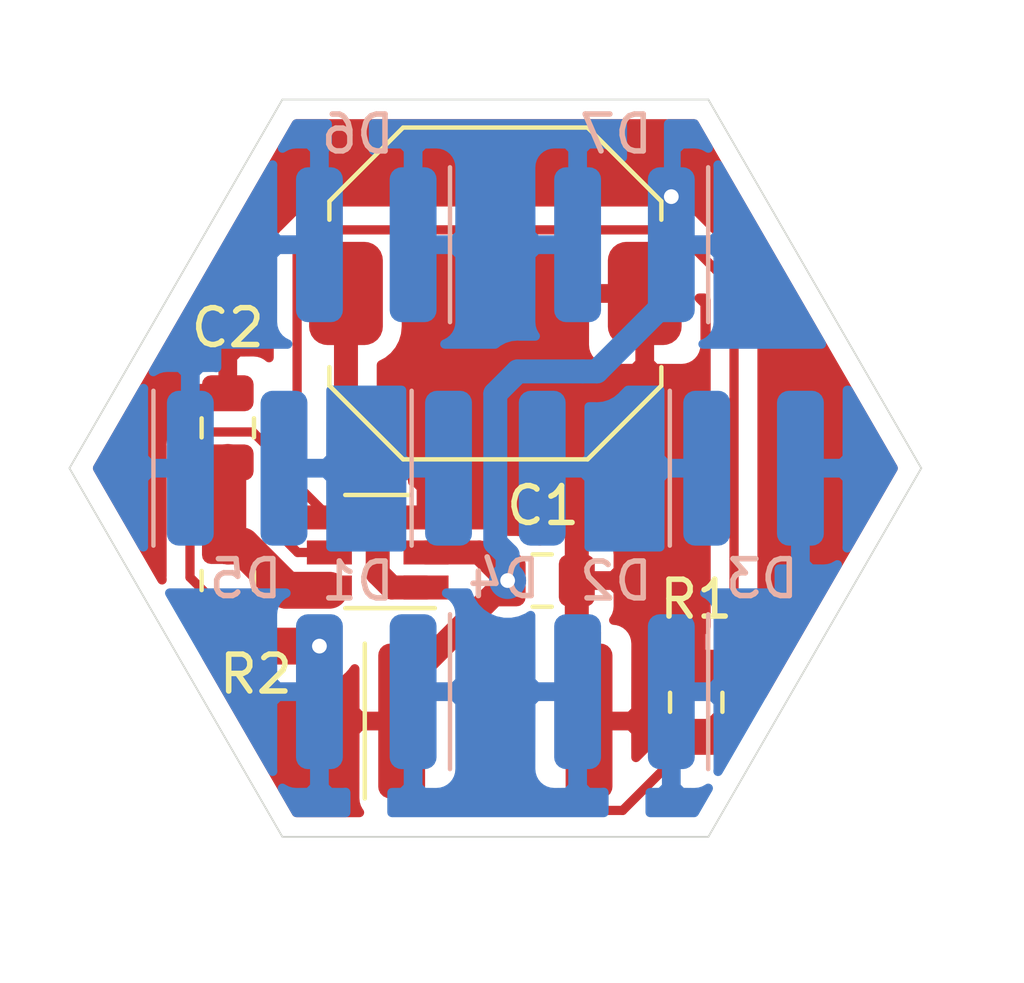
<source format=kicad_pcb>
(kicad_pcb (version 20171130) (host pcbnew "(5.1.6)-1")

  (general
    (thickness 1.6)
    (drawings 6)
    (tracks 52)
    (zones 0)
    (modules 14)
    (nets 13)
  )

  (page A4)
  (layers
    (0 F.Cu signal)
    (31 B.Cu signal)
    (32 B.Adhes user)
    (33 F.Adhes user)
    (34 B.Paste user)
    (35 F.Paste user)
    (36 B.SilkS user)
    (37 F.SilkS user)
    (38 B.Mask user)
    (39 F.Mask user)
    (40 Dwgs.User user)
    (41 Cmts.User user)
    (42 Eco1.User user)
    (43 Eco2.User user)
    (44 Edge.Cuts user)
    (45 Margin user)
    (46 B.CrtYd user)
    (47 F.CrtYd user)
    (48 B.Fab user)
    (49 F.Fab user)
  )

  (setup
    (last_trace_width 0.25)
    (trace_clearance 0.2)
    (zone_clearance 0.508)
    (zone_45_only no)
    (trace_min 0.2)
    (via_size 0.8)
    (via_drill 0.4)
    (via_min_size 0.4)
    (via_min_drill 0.3)
    (uvia_size 0.3)
    (uvia_drill 0.1)
    (uvias_allowed no)
    (uvia_min_size 0.2)
    (uvia_min_drill 0.1)
    (edge_width 0.05)
    (segment_width 0.2)
    (pcb_text_width 0.3)
    (pcb_text_size 1.5 1.5)
    (mod_edge_width 0.12)
    (mod_text_size 1 1)
    (mod_text_width 0.15)
    (pad_size 1.524 1.524)
    (pad_drill 0.762)
    (pad_to_mask_clearance 0.05)
    (aux_axis_origin 0 0)
    (visible_elements FFFFFF7F)
    (pcbplotparams
      (layerselection 0x010fc_ffffffff)
      (usegerberextensions false)
      (usegerberattributes true)
      (usegerberadvancedattributes true)
      (creategerberjobfile true)
      (excludeedgelayer true)
      (linewidth 0.100000)
      (plotframeref false)
      (viasonmask false)
      (mode 1)
      (useauxorigin false)
      (hpglpennumber 1)
      (hpglpenspeed 20)
      (hpglpendiameter 15.000000)
      (psnegative false)
      (psa4output false)
      (plotreference true)
      (plotvalue true)
      (plotinvisibletext false)
      (padsonsilk false)
      (subtractmaskfromsilk false)
      (outputformat 1)
      (mirror false)
      (drillshape 1)
      (scaleselection 1)
      (outputdirectory ""))
  )

  (net 0 "")
  (net 1 GND)
  (net 2 VS)
  (net 3 "Net-(C2-Pad1)")
  (net 4 "Net-(D1-Pad2)")
  (net 5 "Net-(D1-Pad1)")
  (net 6 "Net-(D2-Pad1)")
  (net 7 "Net-(D3-Pad1)")
  (net 8 "Net-(D4-Pad1)")
  (net 9 "Net-(D5-Pad1)")
  (net 10 "Net-(D6-Pad1)")
  (net 11 "Net-(L1-Pad2)")
  (net 12 "Net-(J1-Pad2)")

  (net_class Default "This is the default net class."
    (clearance 0.2)
    (trace_width 0.25)
    (via_dia 0.8)
    (via_drill 0.4)
    (uvia_dia 0.3)
    (uvia_drill 0.1)
    (add_net "Net-(D1-Pad1)")
    (add_net "Net-(D1-Pad2)")
    (add_net "Net-(D2-Pad1)")
    (add_net "Net-(D3-Pad1)")
    (add_net "Net-(D4-Pad1)")
    (add_net "Net-(D5-Pad1)")
    (add_net "Net-(D6-Pad1)")
    (add_net "Net-(J1-Pad2)")
  )

  (net_class 300mA ""
    (clearance 0.2)
    (trace_width 0.65)
    (via_dia 1)
    (via_drill 0.4)
    (uvia_dia 0.3)
    (uvia_drill 0.1)
    (add_net GND)
    (add_net "Net-(C2-Pad1)")
    (add_net "Net-(L1-Pad2)")
    (add_net VS)
  )

  (module IRheating:91601-303LF (layer F.Cu) (tedit 618C31AA) (tstamp 618C9608)
    (at 142.89 85.598)
    (path /618F82B6)
    (fp_text reference J1 (at 1.5 -3) (layer F.SilkS) hide
      (effects (font (size 1 1) (thickness 0.15)))
    )
    (fp_text value Conn_01x03_Male (at 1.5 3.5) (layer F.Fab)
      (effects (font (size 1 1) (thickness 0.15)))
    )
    (fp_line (start -1 -2.1) (end -1 2.1) (layer F.SilkS) (width 0.12))
    (pad 1 smd roundrect (at 0 0) (size 1.27 4.2) (layers F.Cu F.Paste F.Mask) (roundrect_rratio 0.25)
      (net 1 GND))
    (pad 2 smd roundrect (at 2.54 0) (size 1.27 4.2) (layers F.Cu F.Paste F.Mask) (roundrect_rratio 0.25)
      (net 12 "Net-(J1-Pad2)"))
    (pad 3 smd roundrect (at 5.08 0) (size 1.27 4.2) (layers F.Cu F.Paste F.Mask) (roundrect_rratio 0.25)
      (net 2 VS))
  )

  (module IRheating:91601-302LF (layer B.Cu) (tedit 618C2B7A) (tstamp 618C874A)
    (at 143.2 84.8022 180)
    (path /618C0BB3)
    (fp_text reference D1 (at 1.5 3) (layer B.SilkS)
      (effects (font (size 1 1) (thickness 0.15)) (justify mirror))
    )
    (fp_text value "SFH 4550" (at 1.5 -3.5) (layer B.Fab)
      (effects (font (size 1 1) (thickness 0.15)) (justify mirror))
    )
    (fp_line (start -1 2.1) (end -1 -2.1) (layer B.SilkS) (width 0.12))
    (pad 2 smd roundrect (at 2.54 0 180) (size 1.27 4.2) (layers B.Cu B.Paste B.Mask) (roundrect_rratio 0.25)
      (net 4 "Net-(D1-Pad2)"))
    (pad 1 smd roundrect (at 0 0 180) (size 1.27 4.2) (layers B.Cu B.Paste B.Mask) (roundrect_rratio 0.25)
      (net 5 "Net-(D1-Pad1)"))
  )

  (module IRheating:91601-302LF (layer B.Cu) (tedit 618C2B7A) (tstamp 618C854A)
    (at 150.2 84.8022 180)
    (path /618C703C)
    (fp_text reference D2 (at 1.5 3) (layer B.SilkS)
      (effects (font (size 1 1) (thickness 0.15)) (justify mirror))
    )
    (fp_text value "SFH 4550" (at 1.5 -3.5) (layer B.Fab)
      (effects (font (size 1 1) (thickness 0.15)) (justify mirror))
    )
    (fp_line (start -1 2.1) (end -1 -2.1) (layer B.SilkS) (width 0.12))
    (pad 2 smd roundrect (at 2.54 0 180) (size 1.27 4.2) (layers B.Cu B.Paste B.Mask) (roundrect_rratio 0.25)
      (net 5 "Net-(D1-Pad1)"))
    (pad 1 smd roundrect (at 0 0 180) (size 1.27 4.2) (layers B.Cu B.Paste B.Mask) (roundrect_rratio 0.25)
      (net 6 "Net-(D2-Pad1)"))
  )

  (module IRheating:91601-302LF (layer B.Cu) (tedit 618C2B7A) (tstamp 618C880A)
    (at 151.16 78.74)
    (path /618C7460)
    (fp_text reference D3 (at 1.5 3) (layer B.SilkS)
      (effects (font (size 1 1) (thickness 0.15)) (justify mirror))
    )
    (fp_text value "SFH 4550" (at 1.5 -3.5) (layer B.Fab)
      (effects (font (size 1 1) (thickness 0.15)) (justify mirror))
    )
    (fp_line (start -1 2.1) (end -1 -2.1) (layer B.SilkS) (width 0.12))
    (pad 2 smd roundrect (at 2.54 0) (size 1.27 4.2) (layers B.Cu B.Paste B.Mask) (roundrect_rratio 0.25)
      (net 6 "Net-(D2-Pad1)"))
    (pad 1 smd roundrect (at 0 0) (size 1.27 4.2) (layers B.Cu B.Paste B.Mask) (roundrect_rratio 0.25)
      (net 7 "Net-(D3-Pad1)"))
  )

  (module IRheating:91601-302LF (layer B.Cu) (tedit 618C2B7A) (tstamp 618CA7CA)
    (at 144.16 78.74)
    (path /618C746A)
    (fp_text reference D4 (at 1.5 3) (layer B.SilkS)
      (effects (font (size 1 1) (thickness 0.15)) (justify mirror))
    )
    (fp_text value "SFH 4550" (at 1.5 -3.5) (layer B.Fab)
      (effects (font (size 1 1) (thickness 0.15)) (justify mirror))
    )
    (fp_line (start -1 2.1) (end -1 -2.1) (layer B.SilkS) (width 0.12))
    (pad 2 smd roundrect (at 2.54 0) (size 1.27 4.2) (layers B.Cu B.Paste B.Mask) (roundrect_rratio 0.25)
      (net 7 "Net-(D3-Pad1)"))
    (pad 1 smd roundrect (at 0 0) (size 1.27 4.2) (layers B.Cu B.Paste B.Mask) (roundrect_rratio 0.25)
      (net 8 "Net-(D4-Pad1)"))
  )

  (module IRheating:91601-302LF (layer B.Cu) (tedit 618C2B7A) (tstamp 618CC15C)
    (at 137.16 78.74)
    (path /618C7F3C)
    (fp_text reference D5 (at 1.5 3) (layer B.SilkS)
      (effects (font (size 1 1) (thickness 0.15)) (justify mirror))
    )
    (fp_text value "SFH 4550" (at 1.5 -3.5) (layer B.Fab)
      (effects (font (size 1 1) (thickness 0.15)) (justify mirror))
    )
    (fp_line (start -1 2.1) (end -1 -2.1) (layer B.SilkS) (width 0.12))
    (pad 2 smd roundrect (at 2.54 0) (size 1.27 4.2) (layers B.Cu B.Paste B.Mask) (roundrect_rratio 0.25)
      (net 8 "Net-(D4-Pad1)"))
    (pad 1 smd roundrect (at 0 0) (size 1.27 4.2) (layers B.Cu B.Paste B.Mask) (roundrect_rratio 0.25)
      (net 9 "Net-(D5-Pad1)"))
  )

  (module IRheating:91601-302LF (layer B.Cu) (tedit 618C2B7A) (tstamp 618C85A2)
    (at 143.2 72.6778 180)
    (path /618C7F46)
    (fp_text reference D6 (at 1.5 3) (layer B.SilkS)
      (effects (font (size 1 1) (thickness 0.15)) (justify mirror))
    )
    (fp_text value "SFH 4550" (at 1.5 -3.5) (layer B.Fab)
      (effects (font (size 1 1) (thickness 0.15)) (justify mirror))
    )
    (fp_line (start -1 2.1) (end -1 -2.1) (layer B.SilkS) (width 0.12))
    (pad 2 smd roundrect (at 2.54 0 180) (size 1.27 4.2) (layers B.Cu B.Paste B.Mask) (roundrect_rratio 0.25)
      (net 9 "Net-(D5-Pad1)"))
    (pad 1 smd roundrect (at 0 0 180) (size 1.27 4.2) (layers B.Cu B.Paste B.Mask) (roundrect_rratio 0.25)
      (net 10 "Net-(D6-Pad1)"))
  )

  (module IRheating:91601-302LF (layer B.Cu) (tedit 618C2B7A) (tstamp 618C85B8)
    (at 150.2 72.6778 180)
    (path /618C7F50)
    (fp_text reference D7 (at 1.5 3) (layer B.SilkS)
      (effects (font (size 1 1) (thickness 0.15)) (justify mirror))
    )
    (fp_text value "SFH 4550" (at 1.5 -3.5) (layer B.Fab)
      (effects (font (size 1 1) (thickness 0.15)) (justify mirror))
    )
    (fp_line (start -1 2.1) (end -1 -2.1) (layer B.SilkS) (width 0.12))
    (pad 2 smd roundrect (at 2.54 0 180) (size 1.27 4.2) (layers B.Cu B.Paste B.Mask) (roundrect_rratio 0.25)
      (net 10 "Net-(D6-Pad1)"))
    (pad 1 smd roundrect (at 0 0 180) (size 1.27 4.2) (layers B.Cu B.Paste B.Mask) (roundrect_rratio 0.25)
      (net 1 GND))
  )

  (module IRheating:CDRH8D58 (layer F.Cu) (tedit 618C2818) (tstamp 618C85D1)
    (at 145.43 74 180)
    (path /618CE241)
    (fp_text reference L1 (at 0 -5.5) (layer F.SilkS) hide
      (effects (font (size 1 1) (thickness 0.15)))
    )
    (fp_text value 68uH (at 0 2.5) (layer F.Fab)
      (effects (font (size 1 1) (thickness 0.15)))
    )
    (fp_line (start -5 -3) (end -3 -5) (layer F.CrtYd) (width 0.12))
    (fp_line (start -3 -5) (end 3 -5) (layer F.CrtYd) (width 0.12))
    (fp_line (start 3 -5) (end 5 -3) (layer F.CrtYd) (width 0.12))
    (fp_line (start 5 -3) (end 5 2.5) (layer F.CrtYd) (width 0.12))
    (fp_line (start 5 2.5) (end 5 3) (layer F.CrtYd) (width 0.12))
    (fp_line (start 5 3) (end 3 5) (layer F.CrtYd) (width 0.12))
    (fp_line (start 3 5) (end -3 5) (layer F.CrtYd) (width 0.12))
    (fp_line (start -3 5) (end -5 3) (layer F.CrtYd) (width 0.12))
    (fp_line (start -5 3) (end -5 -3) (layer F.CrtYd) (width 0.12))
    (fp_line (start -4.5 -2) (end -4.5 -2.5) (layer F.SilkS) (width 0.12))
    (fp_line (start -4.5 -2.5) (end -2.5 -4.5) (layer F.SilkS) (width 0.12))
    (fp_line (start -2.5 -4.5) (end 2.5 -4.5) (layer F.SilkS) (width 0.12))
    (fp_line (start 2.5 -4.5) (end 4.5 -2.5) (layer F.SilkS) (width 0.12))
    (fp_line (start 4.5 -2.5) (end 4.5 -2) (layer F.SilkS) (width 0.12))
    (fp_line (start 4.5 2) (end 4.5 2.5) (layer F.SilkS) (width 0.12))
    (fp_line (start 4.5 2.5) (end 2.5 4.5) (layer F.SilkS) (width 0.12))
    (fp_line (start 2.5 4.5) (end -2.5 4.5) (layer F.SilkS) (width 0.12))
    (fp_line (start -2.5 4.5) (end -4.5 2.5) (layer F.SilkS) (width 0.12))
    (fp_line (start -4.5 2.5) (end -4.5 2) (layer F.SilkS) (width 0.12))
    (pad 2 smd roundrect (at 4.05 0 180) (size 2 2.8) (layers F.Cu F.Paste F.Mask) (roundrect_rratio 0.25)
      (net 11 "Net-(L1-Pad2)"))
    (pad 1 smd roundrect (at -4.05 0 180) (size 2 2.8) (layers F.Cu F.Paste F.Mask) (roundrect_rratio 0.25)
      (net 2 VS))
  )

  (module Package_TO_SOT_SMD:TSOT-23-6 (layer F.Cu) (tedit 5A02FF57) (tstamp 618CB30D)
    (at 142.24 81.026 180)
    (descr "6-pin TSOT23 package, http://cds.linear.com/docs/en/packaging/SOT_6_05-08-1636.pdf")
    (tags "TSOT-23-6 MK06A TSOT-6")
    (path /618CBDD6)
    (attr smd)
    (fp_text reference U1 (at 0 -2.45) (layer F.SilkS) hide
      (effects (font (size 1 1) (thickness 0.15)))
    )
    (fp_text value SC4541 (at 0 2.5) (layer F.Fab)
      (effects (font (size 1 1) (thickness 0.15)))
    )
    (fp_text user %R (at 0 0 90) (layer F.Fab)
      (effects (font (size 0.5 0.5) (thickness 0.075)))
    )
    (fp_line (start -0.88 1.56) (end 0.88 1.56) (layer F.SilkS) (width 0.12))
    (fp_line (start 0.88 -1.51) (end -1.55 -1.51) (layer F.SilkS) (width 0.12))
    (fp_line (start -0.88 -1) (end -0.43 -1.45) (layer F.Fab) (width 0.1))
    (fp_line (start 0.88 -1.45) (end -0.43 -1.45) (layer F.Fab) (width 0.1))
    (fp_line (start -0.88 -1) (end -0.88 1.45) (layer F.Fab) (width 0.1))
    (fp_line (start 0.88 1.45) (end -0.88 1.45) (layer F.Fab) (width 0.1))
    (fp_line (start 0.88 -1.45) (end 0.88 1.45) (layer F.Fab) (width 0.1))
    (fp_line (start -2.17 -1.7) (end 2.17 -1.7) (layer F.CrtYd) (width 0.05))
    (fp_line (start -2.17 -1.7) (end -2.17 1.7) (layer F.CrtYd) (width 0.05))
    (fp_line (start 2.17 1.7) (end 2.17 -1.7) (layer F.CrtYd) (width 0.05))
    (fp_line (start 2.17 1.7) (end -2.17 1.7) (layer F.CrtYd) (width 0.05))
    (pad 6 smd rect (at 1.31 -0.95 180) (size 1.22 0.65) (layers F.Cu F.Paste F.Mask)
      (net 3 "Net-(C2-Pad1)"))
    (pad 5 smd rect (at 1.31 0 180) (size 1.22 0.65) (layers F.Cu F.Paste F.Mask)
      (net 4 "Net-(D1-Pad2)"))
    (pad 4 smd rect (at 1.31 0.95 180) (size 1.22 0.65) (layers F.Cu F.Paste F.Mask)
      (net 12 "Net-(J1-Pad2)"))
    (pad 3 smd rect (at -1.31 0.95 180) (size 1.22 0.65) (layers F.Cu F.Paste F.Mask)
      (net 2 VS))
    (pad 2 smd rect (at -1.31 0 180) (size 1.22 0.65) (layers F.Cu F.Paste F.Mask)
      (net 1 GND))
    (pad 1 smd rect (at -1.31 -0.95 180) (size 1.22 0.65) (layers F.Cu F.Paste F.Mask)
      (net 11 "Net-(L1-Pad2)"))
    (model ${KISYS3DMOD}/Package_TO_SOT_SMD.3dshapes/TSOT-23-6.wrl
      (at (xyz 0 0 0))
      (scale (xyz 1 1 1))
      (rotate (xyz 0 0 0))
    )
  )

  (module Resistor_SMD:R_0805_2012Metric (layer F.Cu) (tedit 5B36C52B) (tstamp 618CC7E0)
    (at 138.176 81.788 270)
    (descr "Resistor SMD 0805 (2012 Metric), square (rectangular) end terminal, IPC_7351 nominal, (Body size source: https://docs.google.com/spreadsheets/d/1BsfQQcO9C6DZCsRaXUlFlo91Tg2WpOkGARC1WS5S8t0/edit?usp=sharing), generated with kicad-footprint-generator")
    (tags resistor)
    (path /618CEE01)
    (attr smd)
    (fp_text reference R2 (at 2.54 -0.762 180) (layer F.SilkS)
      (effects (font (size 1 1) (thickness 0.15)))
    )
    (fp_text value 2 (at 0 1.65 90) (layer F.Fab)
      (effects (font (size 1 1) (thickness 0.15)))
    )
    (fp_text user %R (at 0 0 90) (layer F.Fab)
      (effects (font (size 0.5 0.5) (thickness 0.08)))
    )
    (fp_line (start -1 0.6) (end -1 -0.6) (layer F.Fab) (width 0.1))
    (fp_line (start -1 -0.6) (end 1 -0.6) (layer F.Fab) (width 0.1))
    (fp_line (start 1 -0.6) (end 1 0.6) (layer F.Fab) (width 0.1))
    (fp_line (start 1 0.6) (end -1 0.6) (layer F.Fab) (width 0.1))
    (fp_line (start -0.258578 -0.71) (end 0.258578 -0.71) (layer F.SilkS) (width 0.12))
    (fp_line (start -0.258578 0.71) (end 0.258578 0.71) (layer F.SilkS) (width 0.12))
    (fp_line (start -1.68 0.95) (end -1.68 -0.95) (layer F.CrtYd) (width 0.05))
    (fp_line (start -1.68 -0.95) (end 1.68 -0.95) (layer F.CrtYd) (width 0.05))
    (fp_line (start 1.68 -0.95) (end 1.68 0.95) (layer F.CrtYd) (width 0.05))
    (fp_line (start 1.68 0.95) (end -1.68 0.95) (layer F.CrtYd) (width 0.05))
    (pad 2 smd roundrect (at 0.9375 0 270) (size 0.975 1.4) (layers F.Cu F.Paste F.Mask) (roundrect_rratio 0.25)
      (net 4 "Net-(D1-Pad2)"))
    (pad 1 smd roundrect (at -0.9375 0 270) (size 0.975 1.4) (layers F.Cu F.Paste F.Mask) (roundrect_rratio 0.25)
      (net 3 "Net-(C2-Pad1)"))
    (model ${KISYS3DMOD}/Resistor_SMD.3dshapes/R_0805_2012Metric.wrl
      (at (xyz 0 0 0))
      (scale (xyz 1 1 1))
      (rotate (xyz 0 0 0))
    )
  )

  (module Resistor_SMD:R_0805_2012Metric (layer F.Cu) (tedit 5B36C52B) (tstamp 618CBCA5)
    (at 150.876 85.09 90)
    (descr "Resistor SMD 0805 (2012 Metric), square (rectangular) end terminal, IPC_7351 nominal, (Body size source: https://docs.google.com/spreadsheets/d/1BsfQQcO9C6DZCsRaXUlFlo91Tg2WpOkGARC1WS5S8t0/edit?usp=sharing), generated with kicad-footprint-generator")
    (tags resistor)
    (path /618E2570)
    (attr smd)
    (fp_text reference R1 (at 2.794 0 180) (layer F.SilkS)
      (effects (font (size 1 1) (thickness 0.15)))
    )
    (fp_text value 10k (at 0 1.65 90) (layer F.Fab)
      (effects (font (size 1 1) (thickness 0.15)))
    )
    (fp_text user %R (at 0 0 90) (layer F.Fab)
      (effects (font (size 0.5 0.5) (thickness 0.08)))
    )
    (fp_line (start -1 0.6) (end -1 -0.6) (layer F.Fab) (width 0.1))
    (fp_line (start -1 -0.6) (end 1 -0.6) (layer F.Fab) (width 0.1))
    (fp_line (start 1 -0.6) (end 1 0.6) (layer F.Fab) (width 0.1))
    (fp_line (start 1 0.6) (end -1 0.6) (layer F.Fab) (width 0.1))
    (fp_line (start -0.258578 -0.71) (end 0.258578 -0.71) (layer F.SilkS) (width 0.12))
    (fp_line (start -0.258578 0.71) (end 0.258578 0.71) (layer F.SilkS) (width 0.12))
    (fp_line (start -1.68 0.95) (end -1.68 -0.95) (layer F.CrtYd) (width 0.05))
    (fp_line (start -1.68 -0.95) (end 1.68 -0.95) (layer F.CrtYd) (width 0.05))
    (fp_line (start 1.68 -0.95) (end 1.68 0.95) (layer F.CrtYd) (width 0.05))
    (fp_line (start 1.68 0.95) (end -1.68 0.95) (layer F.CrtYd) (width 0.05))
    (pad 2 smd roundrect (at 0.9375 0 90) (size 0.975 1.4) (layers F.Cu F.Paste F.Mask) (roundrect_rratio 0.25)
      (net 2 VS))
    (pad 1 smd roundrect (at -0.9375 0 90) (size 0.975 1.4) (layers F.Cu F.Paste F.Mask) (roundrect_rratio 0.25)
      (net 12 "Net-(J1-Pad2)"))
    (model ${KISYS3DMOD}/Resistor_SMD.3dshapes/R_0805_2012Metric.wrl
      (at (xyz 0 0 0))
      (scale (xyz 1 1 1))
      (rotate (xyz 0 0 0))
    )
  )

  (module Capacitor_SMD:C_0805_2012Metric (layer F.Cu) (tedit 5B36C52B) (tstamp 618CA9C6)
    (at 138.176 77.6455 90)
    (descr "Capacitor SMD 0805 (2012 Metric), square (rectangular) end terminal, IPC_7351 nominal, (Body size source: https://docs.google.com/spreadsheets/d/1BsfQQcO9C6DZCsRaXUlFlo91Tg2WpOkGARC1WS5S8t0/edit?usp=sharing), generated with kicad-footprint-generator")
    (tags capacitor)
    (path /618CCEBA)
    (attr smd)
    (fp_text reference C2 (at 2.7155 0 180) (layer F.SilkS)
      (effects (font (size 1 1) (thickness 0.15)))
    )
    (fp_text value 10uF (at 0 1.65 90) (layer F.Fab)
      (effects (font (size 1 1) (thickness 0.15)))
    )
    (fp_text user %R (at 0 0 90) (layer F.Fab)
      (effects (font (size 0.5 0.5) (thickness 0.08)))
    )
    (fp_line (start -1 0.6) (end -1 -0.6) (layer F.Fab) (width 0.1))
    (fp_line (start -1 -0.6) (end 1 -0.6) (layer F.Fab) (width 0.1))
    (fp_line (start 1 -0.6) (end 1 0.6) (layer F.Fab) (width 0.1))
    (fp_line (start 1 0.6) (end -1 0.6) (layer F.Fab) (width 0.1))
    (fp_line (start -0.258578 -0.71) (end 0.258578 -0.71) (layer F.SilkS) (width 0.12))
    (fp_line (start -0.258578 0.71) (end 0.258578 0.71) (layer F.SilkS) (width 0.12))
    (fp_line (start -1.68 0.95) (end -1.68 -0.95) (layer F.CrtYd) (width 0.05))
    (fp_line (start -1.68 -0.95) (end 1.68 -0.95) (layer F.CrtYd) (width 0.05))
    (fp_line (start 1.68 -0.95) (end 1.68 0.95) (layer F.CrtYd) (width 0.05))
    (fp_line (start 1.68 0.95) (end -1.68 0.95) (layer F.CrtYd) (width 0.05))
    (pad 2 smd roundrect (at 0.9375 0 90) (size 0.975 1.4) (layers F.Cu F.Paste F.Mask) (roundrect_rratio 0.25)
      (net 1 GND))
    (pad 1 smd roundrect (at -0.9375 0 90) (size 0.975 1.4) (layers F.Cu F.Paste F.Mask) (roundrect_rratio 0.25)
      (net 3 "Net-(C2-Pad1)"))
    (model ${KISYS3DMOD}/Capacitor_SMD.3dshapes/C_0805_2012Metric.wrl
      (at (xyz 0 0 0))
      (scale (xyz 1 1 1))
      (rotate (xyz 0 0 0))
    )
  )

  (module Capacitor_SMD:C_0805_2012Metric (layer F.Cu) (tedit 5B36C52B) (tstamp 618CA28B)
    (at 146.7 81.788 180)
    (descr "Capacitor SMD 0805 (2012 Metric), square (rectangular) end terminal, IPC_7351 nominal, (Body size source: https://docs.google.com/spreadsheets/d/1BsfQQcO9C6DZCsRaXUlFlo91Tg2WpOkGARC1WS5S8t0/edit?usp=sharing), generated with kicad-footprint-generator")
    (tags capacitor)
    (path /618CD937)
    (attr smd)
    (fp_text reference C1 (at -0.0231 2.032) (layer F.SilkS)
      (effects (font (size 1 1) (thickness 0.15)))
    )
    (fp_text value 10uF (at 0 1.65) (layer F.Fab)
      (effects (font (size 1 1) (thickness 0.15)))
    )
    (fp_text user %R (at 0 0) (layer F.Fab)
      (effects (font (size 0.5 0.5) (thickness 0.08)))
    )
    (fp_line (start -1 0.6) (end -1 -0.6) (layer F.Fab) (width 0.1))
    (fp_line (start -1 -0.6) (end 1 -0.6) (layer F.Fab) (width 0.1))
    (fp_line (start 1 -0.6) (end 1 0.6) (layer F.Fab) (width 0.1))
    (fp_line (start 1 0.6) (end -1 0.6) (layer F.Fab) (width 0.1))
    (fp_line (start -0.258578 -0.71) (end 0.258578 -0.71) (layer F.SilkS) (width 0.12))
    (fp_line (start -0.258578 0.71) (end 0.258578 0.71) (layer F.SilkS) (width 0.12))
    (fp_line (start -1.68 0.95) (end -1.68 -0.95) (layer F.CrtYd) (width 0.05))
    (fp_line (start -1.68 -0.95) (end 1.68 -0.95) (layer F.CrtYd) (width 0.05))
    (fp_line (start 1.68 -0.95) (end 1.68 0.95) (layer F.CrtYd) (width 0.05))
    (fp_line (start 1.68 0.95) (end -1.68 0.95) (layer F.CrtYd) (width 0.05))
    (pad 2 smd roundrect (at 0.9375 0 180) (size 0.975 1.4) (layers F.Cu F.Paste F.Mask) (roundrect_rratio 0.25)
      (net 1 GND))
    (pad 1 smd roundrect (at -0.9375 0 180) (size 0.975 1.4) (layers F.Cu F.Paste F.Mask) (roundrect_rratio 0.25)
      (net 2 VS))
    (model ${KISYS3DMOD}/Capacitor_SMD.3dshapes/C_0805_2012Metric.wrl
      (at (xyz 0 0 0))
      (scale (xyz 1 1 1))
      (rotate (xyz 0 0 0))
    )
  )

  (gr_line (start 133.883 78.74) (end 139.656 68.74) (layer Edge.Cuts) (width 0.05) (tstamp 618C92A1))
  (gr_line (start 139.656 88.74) (end 133.883 78.74) (layer Edge.Cuts) (width 0.05))
  (gr_line (start 156.977 78.74) (end 151.204 88.74) (layer Edge.Cuts) (width 0.05) (tstamp 618C92A0))
  (gr_line (start 151.204 68.74) (end 156.977 78.74) (layer Edge.Cuts) (width 0.05))
  (gr_line (start 151.204 88.74) (end 139.656 88.74) (layer Edge.Cuts) (width 0.05))
  (gr_line (start 139.656 68.74) (end 151.204 68.74) (layer Edge.Cuts) (width 0.05))

  (segment (start 145.0005 81.026) (end 143.55 81.026) (width 0.65) (layer F.Cu) (net 1))
  (segment (start 145.7625 81.788) (end 145.0005 81.026) (width 0.65) (layer F.Cu) (net 1))
  (segment (start 142.89 84.6605) (end 145.7625 81.788) (width 0.65) (layer F.Cu) (net 1))
  (segment (start 142.89 85.598) (end 142.89 84.6605) (width 0.65) (layer F.Cu) (net 1))
  (via (at 150.2 71.374) (size 1) (drill 0.4) (layers F.Cu B.Cu) (net 1))
  (via (at 145.7625 81.788) (size 1) (drill 0.4) (layers F.Cu B.Cu) (net 1))
  (segment (start 146.03352 76.11499) (end 145.4277 76.72081) (width 0.65) (layer B.Cu) (net 1))
  (segment (start 145.4277 76.72081) (end 145.4277 80.75919) (width 0.65) (layer B.Cu) (net 1))
  (segment (start 145.4277 80.75919) (end 145.7625 81.09399) (width 0.65) (layer B.Cu) (net 1))
  (segment (start 145.7625 81.09399) (end 145.7625 81.788) (width 0.65) (layer B.Cu) (net 1))
  (segment (start 150.2 72.6778) (end 150.2 74.0947) (width 0.65) (layer B.Cu) (net 1))
  (segment (start 148.17971 76.11499) (end 147.79379 76.11499) (width 0.65) (layer B.Cu) (net 1))
  (segment (start 150.2 74.0947) (end 148.17971 76.11499) (width 0.65) (layer B.Cu) (net 1))
  (segment (start 147.79379 76.11499) (end 146.03352 76.11499) (width 0.65) (layer B.Cu) (net 1))
  (segment (start 147.97 85.598) (end 147.97 83.2) (width 0.65) (layer F.Cu) (net 2))
  (segment (start 147.6375 82.8675) (end 147.6375 81.788) (width 0.65) (layer F.Cu) (net 2))
  (segment (start 147.97 83.2) (end 147.6375 82.8675) (width 0.65) (layer F.Cu) (net 2))
  (segment (start 147.97 84.948) (end 147.97 85.598) (width 0.25) (layer F.Cu) (net 2))
  (segment (start 143.55 80.076) (end 147.508 80.076) (width 0.65) (layer F.Cu) (net 2))
  (segment (start 147.6375 80.2055) (end 147.6375 81.788) (width 0.65) (layer F.Cu) (net 2))
  (segment (start 147.508 80.076) (end 147.6375 80.2055) (width 0.65) (layer F.Cu) (net 2))
  (segment (start 138.176 78.583) (end 138.176 80.8505) (width 1) (layer F.Cu) (net 3))
  (segment (start 139.759999 82.051001) (end 140.93 82.051001) (width 1) (layer F.Cu) (net 3))
  (segment (start 138.176 80.8505) (end 138.559498 80.8505) (width 1) (layer F.Cu) (net 3))
  (segment (start 138.559498 80.8505) (end 139.759999 82.051001) (width 1) (layer F.Cu) (net 3))
  (via (at 140.66 83.566) (size 1) (drill 0.4) (layers F.Cu B.Cu) (net 4))
  (segment (start 137.49666 77.75799) (end 137.15099 78.10366) (width 0.25) (layer F.Cu) (net 4))
  (segment (start 138.85534 77.75799) (end 137.49666 77.75799) (width 0.25) (layer F.Cu) (net 4))
  (segment (start 139.20101 78.10366) (end 138.85534 77.75799) (width 0.25) (layer F.Cu) (net 4))
  (segment (start 139.20101 80.15701) (end 139.20101 78.10366) (width 0.25) (layer F.Cu) (net 4))
  (segment (start 140.07 81.026) (end 139.20101 80.15701) (width 0.25) (layer F.Cu) (net 4))
  (segment (start 140.93 81.026) (end 140.07 81.026) (width 0.25) (layer F.Cu) (net 4))
  (segment (start 139.0165 83.566) (end 140.66 83.566) (width 1) (layer F.Cu) (net 4))
  (segment (start 138.176 82.7255) (end 139.0165 83.566) (width 1) (layer F.Cu) (net 4))
  (segment (start 137.15099 81.70049) (end 138.176 82.7255) (width 0.25) (layer F.Cu) (net 4))
  (segment (start 137.15099 78.10366) (end 137.15099 81.70049) (width 0.25) (layer F.Cu) (net 4))
  (segment (start 143.55 81.976) (end 142.619998 81.976) (width 0.65) (layer F.Cu) (net 11))
  (segment (start 142.619998 81.976) (end 142.24 81.596002) (width 0.65) (layer F.Cu) (net 11))
  (segment (start 141.38 78.388) (end 142.24 79.248) (width 0.65) (layer F.Cu) (net 11))
  (segment (start 141.38 74) (end 141.38 78.388) (width 0.65) (layer F.Cu) (net 11))
  (segment (start 142.24 81.596002) (end 142.24 79.248) (width 0.65) (layer F.Cu) (net 11))
  (segment (start 151.90101 85.00249) (end 150.876 86.0275) (width 0.25) (layer F.Cu) (net 12))
  (segment (start 151.90101 73.854268) (end 151.90101 85.00249) (width 0.25) (layer F.Cu) (net 12))
  (segment (start 140.05499 72.758268) (end 140.538268 72.27499) (width 0.25) (layer F.Cu) (net 12))
  (segment (start 140.05499 79.20099) (end 140.05499 72.758268) (width 0.25) (layer F.Cu) (net 12))
  (segment (start 150.321732 72.27499) (end 151.90101 73.854268) (width 0.25) (layer F.Cu) (net 12))
  (segment (start 140.538268 72.27499) (end 150.321732 72.27499) (width 0.25) (layer F.Cu) (net 12))
  (segment (start 140.93 80.076) (end 140.05499 79.20099) (width 0.25) (layer F.Cu) (net 12))
  (segment (start 148.88049 88.02301) (end 150.876 86.0275) (width 0.25) (layer F.Cu) (net 12))
  (segment (start 145.75501 88.02301) (end 148.88049 88.02301) (width 0.25) (layer F.Cu) (net 12))
  (segment (start 145.43 87.698) (end 145.75501 88.02301) (width 0.25) (layer F.Cu) (net 12))
  (segment (start 145.43 85.598) (end 145.43 87.698) (width 0.25) (layer F.Cu) (net 12))

  (zone (net 10) (net_name "Net-(D6-Pad1)") (layer B.Cu) (tstamp 0) (hatch edge 0.508)
    (connect_pads (clearance 0.508))
    (min_thickness 0.254)
    (fill yes (arc_segments 32) (thermal_gap 0.508) (thermal_bridge_width 0.508))
    (polygon
      (pts
        (xy 149 75.5) (xy 142 75.5) (xy 142 68.5) (xy 149 68.5)
      )
    )
    (filled_polygon
      (pts
        (xy 148.873 70.312102) (xy 148.825537 70.223306) (xy 148.746185 70.126615) (xy 148.649494 70.047263) (xy 148.53918 69.988298)
        (xy 148.419482 69.951988) (xy 148.295 69.939728) (xy 147.94575 69.9428) (xy 147.787 70.10155) (xy 147.787 72.5508)
        (xy 147.807 72.5508) (xy 147.807 72.8048) (xy 147.787 72.8048) (xy 147.787 72.8248) (xy 147.533 72.8248)
        (xy 147.533 72.8048) (xy 146.54875 72.8048) (xy 146.39 72.96355) (xy 146.386928 74.7778) (xy 146.399188 74.902282)
        (xy 146.435498 75.02198) (xy 146.494463 75.132294) (xy 146.513089 75.15499) (xy 146.08068 75.15499) (xy 146.03352 75.150345)
        (xy 145.98636 75.15499) (xy 145.986358 75.15499) (xy 145.845327 75.16888) (xy 145.664366 75.223774) (xy 145.497591 75.312917)
        (xy 145.440193 75.360023) (xy 145.424381 75.373) (xy 144.060396 75.373) (xy 144.07918 75.367302) (xy 144.189494 75.308337)
        (xy 144.286185 75.228985) (xy 144.365537 75.132294) (xy 144.424502 75.02198) (xy 144.460812 74.902282) (xy 144.473072 74.7778)
        (xy 144.47 72.96355) (xy 144.31125 72.8048) (xy 143.327 72.8048) (xy 143.327 72.8248) (xy 143.073 72.8248)
        (xy 143.073 72.8048) (xy 143.053 72.8048) (xy 143.053 72.5508) (xy 143.073 72.5508) (xy 143.073 70.10155)
        (xy 143.327 70.10155) (xy 143.327 72.5508) (xy 144.31125 72.5508) (xy 144.47 72.39205) (xy 144.473072 70.5778)
        (xy 146.386928 70.5778) (xy 146.39 72.39205) (xy 146.54875 72.5508) (xy 147.533 72.5508) (xy 147.533 70.10155)
        (xy 147.37425 69.9428) (xy 147.025 69.939728) (xy 146.900518 69.951988) (xy 146.78082 69.988298) (xy 146.670506 70.047263)
        (xy 146.573815 70.126615) (xy 146.494463 70.223306) (xy 146.435498 70.33362) (xy 146.399188 70.453318) (xy 146.386928 70.5778)
        (xy 144.473072 70.5778) (xy 144.460812 70.453318) (xy 144.424502 70.33362) (xy 144.365537 70.223306) (xy 144.286185 70.126615)
        (xy 144.189494 70.047263) (xy 144.07918 69.988298) (xy 143.959482 69.951988) (xy 143.835 69.939728) (xy 143.48575 69.9428)
        (xy 143.327 70.10155) (xy 143.073 70.10155) (xy 142.91425 69.9428) (xy 142.565 69.939728) (xy 142.440518 69.951988)
        (xy 142.32082 69.988298) (xy 142.210506 70.047263) (xy 142.127 70.115794) (xy 142.127 69.4) (xy 148.873 69.4)
      )
    )
  )
  (zone (net 7) (net_name "Net-(D3-Pad1)") (layer B.Cu) (tstamp 0) (hatch edge 0.508)
    (connect_pads (clearance 0.508))
    (min_thickness 0.254)
    (fill yes (arc_segments 32) (thermal_gap 0.508) (thermal_bridge_width 0.508))
    (polygon
      (pts
        (xy 152 81) (xy 146 81) (xy 146 76.5) (xy 152 76.5)
      )
    )
    (filled_polygon
      (pts
        (xy 149.886928 76.64) (xy 149.89 78.45425) (xy 150.04875 78.613) (xy 151.033 78.613) (xy 151.033 78.593)
        (xy 151.287 78.593) (xy 151.287 78.613) (xy 151.307 78.613) (xy 151.307 78.867) (xy 151.287 78.867)
        (xy 151.287 78.887) (xy 151.033 78.887) (xy 151.033 78.867) (xy 150.04875 78.867) (xy 149.89 79.02575)
        (xy 149.886928 80.84) (xy 149.890178 80.873) (xy 147.969822 80.873) (xy 147.973072 80.84) (xy 147.97 79.02575)
        (xy 147.81125 78.867) (xy 146.827 78.867) (xy 146.827 78.887) (xy 146.573 78.887) (xy 146.573 78.867)
        (xy 146.553 78.867) (xy 146.553 78.613) (xy 146.573 78.613) (xy 146.573 78.593) (xy 146.827 78.593)
        (xy 146.827 78.613) (xy 147.81125 78.613) (xy 147.97 78.45425) (xy 147.972335 77.07499) (xy 148.132558 77.07499)
        (xy 148.17971 77.079634) (xy 148.226862 77.07499) (xy 148.226872 77.07499) (xy 148.367903 77.0611) (xy 148.548864 77.006206)
        (xy 148.715638 76.917063) (xy 148.861817 76.797097) (xy 148.891885 76.760459) (xy 149.025344 76.627) (xy 149.888208 76.627)
      )
    )
  )
  (zone (net 8) (net_name "Net-(D4-Pad1)") (layer B.Cu) (tstamp 0) (hatch edge 0.508)
    (connect_pads (clearance 0.508))
    (min_thickness 0.254)
    (fill yes (arc_segments 32) (thermal_gap 0.508) (thermal_bridge_width 0.508))
    (polygon
      (pts
        (xy 145 81) (xy 139 81) (xy 139 76.5) (xy 145 76.5)
      )
    )
    (filled_polygon
      (pts
        (xy 142.886928 76.64) (xy 142.89 78.45425) (xy 143.04875 78.613) (xy 144.033 78.613) (xy 144.033 78.593)
        (xy 144.287 78.593) (xy 144.287 78.613) (xy 144.307 78.613) (xy 144.307 78.867) (xy 144.287 78.867)
        (xy 144.287 78.887) (xy 144.033 78.887) (xy 144.033 78.867) (xy 143.04875 78.867) (xy 142.89 79.02575)
        (xy 142.886928 80.84) (xy 142.890178 80.873) (xy 140.969822 80.873) (xy 140.973072 80.84) (xy 140.97 79.02575)
        (xy 140.81125 78.867) (xy 139.827 78.867) (xy 139.827 78.887) (xy 139.573 78.887) (xy 139.573 78.867)
        (xy 139.553 78.867) (xy 139.553 78.613) (xy 139.573 78.613) (xy 139.573 78.593) (xy 139.827 78.593)
        (xy 139.827 78.613) (xy 140.81125 78.613) (xy 140.97 78.45425) (xy 140.973072 76.64) (xy 140.971792 76.627)
        (xy 142.888208 76.627)
      )
    )
  )
  (zone (net 1) (net_name GND) (layer B.Cu) (tstamp 0) (hatch edge 0.508)
    (connect_pads (clearance 0.508))
    (min_thickness 0.254)
    (fill yes (arc_segments 32) (thermal_gap 0.508) (thermal_bridge_width 0.508))
    (polygon
      (pts
        (xy 156 75.5) (xy 150 75.5) (xy 150 68.5) (xy 152 68.5)
      )
    )
    (filled_polygon
      (pts
        (xy 151.202994 70.058342) (xy 151.189494 70.047263) (xy 151.07918 69.988298) (xy 150.959482 69.951988) (xy 150.835 69.939728)
        (xy 150.48575 69.9428) (xy 150.327 70.10155) (xy 150.327 72.5508) (xy 151.31125 72.5508) (xy 151.47 72.39205)
        (xy 151.473072 70.5778) (xy 151.466941 70.515553) (xy 154.271145 75.373) (xy 151.060396 75.373) (xy 151.07918 75.367302)
        (xy 151.189494 75.308337) (xy 151.286185 75.228985) (xy 151.365537 75.132294) (xy 151.424502 75.02198) (xy 151.460812 74.902282)
        (xy 151.473072 74.7778) (xy 151.47 72.96355) (xy 151.31125 72.8048) (xy 150.327 72.8048) (xy 150.327 72.8248)
        (xy 150.127 72.8248) (xy 150.127 69.4) (xy 150.822933 69.4)
      )
    )
  )
  (zone (net 9) (net_name "Net-(D5-Pad1)") (layer B.Cu) (tstamp 0) (hatch edge 0.508)
    (connect_pads (clearance 0.508))
    (min_thickness 0.254)
    (fill yes (arc_segments 32) (thermal_gap 0.508) (thermal_bridge_width 0.508))
    (polygon
      (pts
        (xy 141 75.5) (xy 138 75.5) (xy 138 81) (xy 132 81) (xy 139 68.5)
        (xy 141 68.5)
      )
    )
    (filled_polygon
      (pts
        (xy 140.873 70.01555) (xy 140.787 70.10155) (xy 140.787 72.5508) (xy 140.807 72.5508) (xy 140.807 72.8048)
        (xy 140.787 72.8048) (xy 140.787 72.8248) (xy 140.533 72.8248) (xy 140.533 72.8048) (xy 139.54875 72.8048)
        (xy 139.39 72.96355) (xy 139.386928 74.7778) (xy 139.399188 74.902282) (xy 139.435498 75.02198) (xy 139.494463 75.132294)
        (xy 139.573815 75.228985) (xy 139.670506 75.308337) (xy 139.78082 75.367302) (xy 139.799604 75.373) (xy 138 75.373)
        (xy 137.975224 75.37544) (xy 137.951399 75.382667) (xy 137.929443 75.394403) (xy 137.910197 75.410197) (xy 137.894403 75.429443)
        (xy 137.882667 75.451399) (xy 137.87544 75.475224) (xy 137.873 75.5) (xy 137.873 76.00961) (xy 137.795 76.001928)
        (xy 137.44575 76.005) (xy 137.287 76.16375) (xy 137.287 78.613) (xy 137.307 78.613) (xy 137.307 78.867)
        (xy 137.287 78.867) (xy 137.287 78.887) (xy 137.033 78.887) (xy 137.033 78.867) (xy 136.04875 78.867)
        (xy 135.89 79.02575) (xy 135.886928 80.84) (xy 135.890178 80.873) (xy 135.876466 80.873) (xy 134.645085 78.74)
        (xy 135.892999 76.578362) (xy 135.886928 76.64) (xy 135.89 78.45425) (xy 136.04875 78.613) (xy 137.033 78.613)
        (xy 137.033 76.16375) (xy 136.87425 76.005) (xy 136.525 76.001928) (xy 136.400518 76.014188) (xy 136.28082 76.050498)
        (xy 136.170506 76.109463) (xy 136.157561 76.120087) (xy 139.393059 70.515553) (xy 139.386928 70.5778) (xy 139.39 72.39205)
        (xy 139.54875 72.5508) (xy 140.533 72.5508) (xy 140.533 70.10155) (xy 140.37425 69.9428) (xy 140.025 69.939728)
        (xy 139.900518 69.951988) (xy 139.78082 69.988298) (xy 139.670506 70.047263) (xy 139.657007 70.058341) (xy 140.037068 69.4)
        (xy 140.873 69.4)
      )
    )
  )
  (zone (net 6) (net_name "Net-(D2-Pad1)") (layer B.Cu) (tstamp 0) (hatch edge 0.508)
    (connect_pads (clearance 0.508))
    (min_thickness 0.254)
    (fill yes (arc_segments 32) (thermal_gap 0.508) (thermal_bridge_width 0.508))
    (polygon
      (pts
        (xy 159 79) (xy 152.5 90) (xy 149.5 90) (xy 149.5 82) (xy 153 82)
        (xy 153 76.5) (xy 157 76.5)
      )
    )
    (filled_polygon
      (pts
        (xy 156.214914 78.74) (xy 154.967001 80.901637) (xy 154.973072 80.84) (xy 154.97 79.02575) (xy 154.81125 78.867)
        (xy 153.827 78.867) (xy 153.827 81.31625) (xy 153.98575 81.475) (xy 154.335 81.478072) (xy 154.459482 81.465812)
        (xy 154.57918 81.429502) (xy 154.689494 81.370537) (xy 154.702438 81.359914) (xy 151.466941 86.964447) (xy 151.473072 86.9022)
        (xy 151.47 85.08795) (xy 151.31125 84.9292) (xy 150.327 84.9292) (xy 150.327 87.37845) (xy 150.48575 87.5372)
        (xy 150.835 87.540272) (xy 150.959482 87.528012) (xy 151.07918 87.491702) (xy 151.189494 87.432737) (xy 151.202994 87.421658)
        (xy 150.822933 88.08) (xy 149.627 88.08) (xy 149.627 87.539727) (xy 149.91425 87.5372) (xy 150.073 87.37845)
        (xy 150.073 84.9292) (xy 150.053 84.9292) (xy 150.053 84.6752) (xy 150.073 84.6752) (xy 150.073 84.6552)
        (xy 150.327 84.6552) (xy 150.327 84.6752) (xy 151.31125 84.6752) (xy 151.47 84.51645) (xy 151.473072 82.7022)
        (xy 151.460812 82.577718) (xy 151.424502 82.45802) (xy 151.365537 82.347706) (xy 151.286185 82.251015) (xy 151.189494 82.171663)
        (xy 151.105937 82.127) (xy 153 82.127) (xy 153.024776 82.12456) (xy 153.048601 82.117333) (xy 153.070557 82.105597)
        (xy 153.089803 82.089803) (xy 153.105597 82.070557) (xy 153.117333 82.048601) (xy 153.12456 82.024776) (xy 153.127 82)
        (xy 153.127 81.477527) (xy 153.41425 81.475) (xy 153.573 81.31625) (xy 153.573 78.867) (xy 153.553 78.867)
        (xy 153.553 78.613) (xy 153.573 78.613) (xy 153.573 78.593) (xy 153.827 78.593) (xy 153.827 78.613)
        (xy 154.81125 78.613) (xy 154.97 78.45425) (xy 154.973072 76.64) (xy 154.971792 76.627) (xy 154.995079 76.627)
      )
    )
  )
  (zone (net 5) (net_name "Net-(D1-Pad1)") (layer B.Cu) (tstamp 0) (hatch edge 0.508)
    (connect_pads (clearance 0.508))
    (min_thickness 0.254)
    (fill yes (arc_segments 32) (thermal_gap 0.508) (thermal_bridge_width 0.508))
    (polygon
      (pts
        (xy 148.5 89.5) (xy 142.5 89.5) (xy 142.5 82) (xy 148.5 82)
      )
    )
    (filled_polygon
      (pts
        (xy 144.756676 82.325624) (xy 144.880888 82.51152) (xy 145.03898 82.669612) (xy 145.224876 82.793824) (xy 145.431433 82.879383)
        (xy 145.650712 82.923) (xy 145.874288 82.923) (xy 146.093567 82.879383) (xy 146.300124 82.793824) (xy 146.386985 82.735785)
        (xy 146.39 84.51645) (xy 146.54875 84.6752) (xy 147.533 84.6752) (xy 147.533 84.6552) (xy 147.787 84.6552)
        (xy 147.787 84.6752) (xy 147.807 84.6752) (xy 147.807 84.9292) (xy 147.787 84.9292) (xy 147.787 87.37845)
        (xy 147.94575 87.5372) (xy 148.295 87.540272) (xy 148.373 87.53259) (xy 148.373 88.08) (xy 142.627 88.08)
        (xy 142.627 87.539727) (xy 142.91425 87.5372) (xy 143.073 87.37845) (xy 143.073 84.9292) (xy 143.327 84.9292)
        (xy 143.327 87.37845) (xy 143.48575 87.5372) (xy 143.835 87.540272) (xy 143.959482 87.528012) (xy 144.07918 87.491702)
        (xy 144.189494 87.432737) (xy 144.286185 87.353385) (xy 144.365537 87.256694) (xy 144.424502 87.14638) (xy 144.460812 87.026682)
        (xy 144.473072 86.9022) (xy 146.386928 86.9022) (xy 146.399188 87.026682) (xy 146.435498 87.14638) (xy 146.494463 87.256694)
        (xy 146.573815 87.353385) (xy 146.670506 87.432737) (xy 146.78082 87.491702) (xy 146.900518 87.528012) (xy 147.025 87.540272)
        (xy 147.37425 87.5372) (xy 147.533 87.37845) (xy 147.533 84.9292) (xy 146.54875 84.9292) (xy 146.39 85.08795)
        (xy 146.386928 86.9022) (xy 144.473072 86.9022) (xy 144.47 85.08795) (xy 144.31125 84.9292) (xy 143.327 84.9292)
        (xy 143.073 84.9292) (xy 143.053 84.9292) (xy 143.053 84.6752) (xy 143.073 84.6752) (xy 143.073 84.6552)
        (xy 143.327 84.6552) (xy 143.327 84.6752) (xy 144.31125 84.6752) (xy 144.47 84.51645) (xy 144.473072 82.7022)
        (xy 144.460812 82.577718) (xy 144.424502 82.45802) (xy 144.365537 82.347706) (xy 144.286185 82.251015) (xy 144.189494 82.171663)
        (xy 144.105937 82.127) (xy 144.674403 82.127)
      )
    )
  )
  (zone (net 4) (net_name "Net-(D1-Pad2)") (layer B.Cu) (tstamp 0) (hatch edge 0.508)
    (connect_pads (clearance 0.508))
    (min_thickness 0.254)
    (fill yes (arc_segments 32) (thermal_gap 0.508) (thermal_bridge_width 0.508))
    (polygon
      (pts
        (xy 141.5 89.5) (xy 139 89.5) (xy 134.5 82) (xy 141.5 82)
      )
    )
    (filled_polygon
      (pts
        (xy 139.670506 82.171663) (xy 139.573815 82.251015) (xy 139.494463 82.347706) (xy 139.435498 82.45802) (xy 139.399188 82.577718)
        (xy 139.386928 82.7022) (xy 139.39 84.51645) (xy 139.54875 84.6752) (xy 140.533 84.6752) (xy 140.533 84.6552)
        (xy 140.787 84.6552) (xy 140.787 84.6752) (xy 140.807 84.6752) (xy 140.807 84.9292) (xy 140.787 84.9292)
        (xy 140.787 87.37845) (xy 140.94575 87.5372) (xy 141.295 87.540272) (xy 141.373 87.53259) (xy 141.373 88.08)
        (xy 140.037068 88.08) (xy 139.657007 87.421659) (xy 139.670506 87.432737) (xy 139.78082 87.491702) (xy 139.900518 87.528012)
        (xy 140.025 87.540272) (xy 140.37425 87.5372) (xy 140.533 87.37845) (xy 140.533 84.9292) (xy 139.54875 84.9292)
        (xy 139.39 85.08795) (xy 139.386928 86.9022) (xy 139.393059 86.964447) (xy 136.6004 82.127) (xy 139.754063 82.127)
      )
    )
  )
  (zone (net 2) (net_name VS) (layer F.Cu) (tstamp 0) (hatch edge 0.508)
    (connect_pads (clearance 0.508))
    (min_thickness 0.254)
    (fill yes (arc_segments 32) (thermal_gap 0.508) (thermal_bridge_width 0.508))
    (polygon
      (pts
        (xy 151.384 73.914) (xy 151.384 84.836) (xy 148.844 87.376) (xy 146.304 87.376) (xy 146.304 81.026)
        (xy 141.478 81.026) (xy 141.478 75.692) (xy 140.716 75.692) (xy 140.716 72.644) (xy 150.114 72.644)
      )
    )
    (filled_polygon
      (pts
        (xy 147.845 73.71425) (xy 148.00375 73.873) (xy 149.353 73.873) (xy 149.353 73.853) (xy 149.607 73.853)
        (xy 149.607 73.873) (xy 149.627 73.873) (xy 149.627 74.127) (xy 149.607 74.127) (xy 149.607 75.87625)
        (xy 149.76575 76.035) (xy 150.48 76.038072) (xy 150.604482 76.025812) (xy 150.72418 75.989502) (xy 150.834494 75.930537)
        (xy 150.931185 75.851185) (xy 151.010537 75.754494) (xy 151.069502 75.64418) (xy 151.105812 75.524482) (xy 151.118072 75.4)
        (xy 151.115 74.28575) (xy 150.956252 74.127002) (xy 151.098942 74.127002) (xy 151.14101 74.16907) (xy 151.141011 83.050739)
        (xy 151.003 83.18875) (xy 151.003 84.0255) (xy 151.023 84.0255) (xy 151.023 84.2795) (xy 151.003 84.2795)
        (xy 151.003 84.2995) (xy 150.749 84.2995) (xy 150.749 84.2795) (xy 149.69975 84.2795) (xy 149.541 84.43825)
        (xy 149.537928 84.64) (xy 149.550188 84.764482) (xy 149.586498 84.88418) (xy 149.645463 84.994494) (xy 149.724815 85.091185)
        (xy 149.802564 85.154992) (xy 149.796208 85.160208) (xy 149.686542 85.293836) (xy 149.605053 85.446291) (xy 149.554872 85.611715)
        (xy 149.537928 85.78375) (xy 149.537928 86.27125) (xy 149.539678 86.28902) (xy 149.241192 86.587507) (xy 149.24 85.88375)
        (xy 149.08125 85.725) (xy 148.097 85.725) (xy 148.097 85.745) (xy 147.843 85.745) (xy 147.843 85.725)
        (xy 147.823 85.725) (xy 147.823 85.471) (xy 147.843 85.471) (xy 147.843 85.451) (xy 148.097 85.451)
        (xy 148.097 85.471) (xy 149.08125 85.471) (xy 149.24 85.31225) (xy 149.242789 83.665) (xy 149.537928 83.665)
        (xy 149.541 83.86675) (xy 149.69975 84.0255) (xy 150.749 84.0255) (xy 150.749 83.18875) (xy 150.59025 83.03)
        (xy 150.176 83.026928) (xy 150.051518 83.039188) (xy 149.93182 83.075498) (xy 149.821506 83.134463) (xy 149.724815 83.213815)
        (xy 149.645463 83.310506) (xy 149.586498 83.42082) (xy 149.550188 83.540518) (xy 149.537928 83.665) (xy 149.242789 83.665)
        (xy 149.243072 83.498) (xy 149.230812 83.373518) (xy 149.194502 83.25382) (xy 149.135537 83.143506) (xy 149.056185 83.046815)
        (xy 148.959494 82.967463) (xy 148.84918 82.908498) (xy 148.729482 82.872188) (xy 148.63852 82.863229) (xy 148.655537 82.842494)
        (xy 148.714502 82.73218) (xy 148.750812 82.612482) (xy 148.763072 82.488) (xy 148.76 82.07375) (xy 148.60125 81.915)
        (xy 147.7645 81.915) (xy 147.7645 81.935) (xy 147.5105 81.935) (xy 147.5105 81.915) (xy 147.4905 81.915)
        (xy 147.4905 81.661) (xy 147.5105 81.661) (xy 147.5105 80.61175) (xy 147.7645 80.61175) (xy 147.7645 81.661)
        (xy 148.60125 81.661) (xy 148.76 81.50225) (xy 148.763072 81.088) (xy 148.750812 80.963518) (xy 148.714502 80.84382)
        (xy 148.655537 80.733506) (xy 148.576185 80.636815) (xy 148.479494 80.557463) (xy 148.36918 80.498498) (xy 148.249482 80.462188)
        (xy 148.125 80.449928) (xy 147.92325 80.453) (xy 147.7645 80.61175) (xy 147.5105 80.61175) (xy 147.35175 80.453)
        (xy 147.15 80.449928) (xy 147.025518 80.462188) (xy 146.90582 80.498498) (xy 146.795506 80.557463) (xy 146.698815 80.636815)
        (xy 146.635008 80.714564) (xy 146.629792 80.708208) (xy 146.496164 80.598542) (xy 146.343709 80.517053) (xy 146.178285 80.466872)
        (xy 146.00625 80.449928) (xy 145.782072 80.449928) (xy 145.712675 80.380531) (xy 145.682607 80.343893) (xy 145.536428 80.223927)
        (xy 145.369654 80.134784) (xy 145.188693 80.07989) (xy 145.047662 80.066) (xy 145.047652 80.066) (xy 145.0005 80.061356)
        (xy 144.953348 80.066) (xy 144.795 80.066) (xy 144.795 79.948998) (xy 144.636252 79.948998) (xy 144.795 79.79025)
        (xy 144.798072 79.751) (xy 144.785812 79.626518) (xy 144.749502 79.50682) (xy 144.690537 79.396506) (xy 144.611185 79.299815)
        (xy 144.514494 79.220463) (xy 144.40418 79.161498) (xy 144.284482 79.125188) (xy 144.16 79.112928) (xy 143.83575 79.116)
        (xy 143.677 79.27475) (xy 143.677 79.949) (xy 143.697 79.949) (xy 143.697 80.062928) (xy 143.403 80.062928)
        (xy 143.403 79.949) (xy 143.423 79.949) (xy 143.423 79.27475) (xy 143.26425 79.116) (xy 143.191577 79.115311)
        (xy 143.18611 79.059807) (xy 143.131216 78.878846) (xy 143.103258 78.82654) (xy 143.042073 78.712071) (xy 142.952171 78.602526)
        (xy 142.922107 78.565893) (xy 142.885474 78.535829) (xy 142.34 77.990356) (xy 142.34 75.938357) (xy 142.512279 75.846272)
        (xy 142.684738 75.704738) (xy 142.826272 75.532279) (xy 142.896976 75.4) (xy 147.841928 75.4) (xy 147.854188 75.524482)
        (xy 147.890498 75.64418) (xy 147.949463 75.754494) (xy 148.028815 75.851185) (xy 148.125506 75.930537) (xy 148.23582 75.989502)
        (xy 148.355518 76.025812) (xy 148.48 76.038072) (xy 149.19425 76.035) (xy 149.353 75.87625) (xy 149.353 74.127)
        (xy 148.00375 74.127) (xy 147.845 74.28575) (xy 147.841928 75.4) (xy 142.896976 75.4) (xy 142.931441 75.335521)
        (xy 142.996204 75.122027) (xy 143.018072 74.9) (xy 143.018072 73.1) (xy 143.011669 73.03499) (xy 147.843127 73.03499)
      )
    )
  )
  (zone (net 1) (net_name GND) (layer F.Cu) (tstamp 618D0C74) (hatch edge 0.508)
    (connect_pads (clearance 0.508))
    (min_thickness 0.254)
    (fill yes (arc_segments 32) (thermal_gap 0.508) (thermal_bridge_width 0.508))
    (polygon
      (pts
        (xy 159.766 92.71) (xy 132.334 92.71) (xy 132.334 66.04) (xy 159.766 66.04)
      )
    )
    (polygon
      (pts
        (xy 139.954 72.644) (xy 139.954 77.724) (xy 137.668 77.724) (xy 137.16 78.232) (xy 137.16 81.788)
        (xy 138.938 83.566) (xy 144.78 83.566) (xy 144.78 88.138) (xy 149.098 88.138) (xy 152.146 85.09)
        (xy 152.146 73.914) (xy 150.368 72.136) (xy 144.526 72.136) (xy 140.462 72.136)
      )
    )
    (filled_polygon
      (pts
        (xy 137.693894 83.848525) (xy 138.174508 84.32914) (xy 138.210051 84.372449) (xy 138.382877 84.514284) (xy 138.580053 84.619676)
        (xy 138.794001 84.684577) (xy 138.960748 84.701) (xy 138.960757 84.701) (xy 139.016499 84.70649) (xy 139.072241 84.701)
        (xy 140.771788 84.701) (xy 140.826747 84.690068) (xy 140.882499 84.684577) (xy 140.936106 84.668315) (xy 140.991067 84.657383)
        (xy 141.042842 84.635937) (xy 141.096447 84.619676) (xy 141.145851 84.593269) (xy 141.197624 84.571824) (xy 141.244214 84.540693)
        (xy 141.293623 84.514284) (xy 141.336932 84.478741) (xy 141.38352 84.447612) (xy 141.423141 84.407991) (xy 141.466449 84.372449)
        (xy 141.501991 84.329141) (xy 141.541612 84.28952) (xy 141.572741 84.242932) (xy 141.608284 84.199623) (xy 141.618085 84.181287)
        (xy 141.62 85.31225) (xy 141.77875 85.471) (xy 142.763 85.471) (xy 142.763 85.451) (xy 143.017 85.451)
        (xy 143.017 85.471) (xy 143.037 85.471) (xy 143.037 85.725) (xy 143.017 85.725) (xy 143.017 85.745)
        (xy 142.763 85.745) (xy 142.763 85.725) (xy 141.77875 85.725) (xy 141.62 85.88375) (xy 141.616928 87.698)
        (xy 141.629188 87.822482) (xy 141.665498 87.94218) (xy 141.724463 88.052494) (xy 141.747037 88.08) (xy 140.037068 88.08)
        (xy 137.588229 83.838118)
      )
    )
    (filled_polygon
      (pts
        (xy 156.214914 78.74) (xy 152.66101 84.89608) (xy 152.66101 73.89159) (xy 152.664686 73.854267) (xy 152.66101 73.816944)
        (xy 152.66101 73.816935) (xy 152.650013 73.705282) (xy 152.606556 73.562021) (xy 152.535984 73.429992) (xy 152.441011 73.314267)
        (xy 152.412014 73.29047) (xy 150.885536 71.763993) (xy 150.861733 71.734989) (xy 150.746008 71.640016) (xy 150.613979 71.569444)
        (xy 150.470718 71.525987) (xy 150.359065 71.51499) (xy 150.359054 71.51499) (xy 150.321732 71.511314) (xy 150.28441 71.51499)
        (xy 140.57559 71.51499) (xy 140.538267 71.511314) (xy 140.500944 71.51499) (xy 140.500935 71.51499) (xy 140.389282 71.525987)
        (xy 140.246021 71.569444) (xy 140.113992 71.640016) (xy 139.998267 71.734989) (xy 139.974464 71.763993) (xy 139.543988 72.194469)
        (xy 139.51499 72.218267) (xy 139.491192 72.247265) (xy 139.491191 72.247266) (xy 139.420016 72.333992) (xy 139.349444 72.466022)
        (xy 139.305988 72.609283) (xy 139.291314 72.758268) (xy 139.294991 72.7956) (xy 139.294991 75.742894) (xy 139.230494 75.689963)
        (xy 139.12018 75.630998) (xy 139.000482 75.594688) (xy 138.876 75.582428) (xy 138.46175 75.5855) (xy 138.303 75.74425)
        (xy 138.303 76.581) (xy 138.323 76.581) (xy 138.323 76.835) (xy 138.303 76.835) (xy 138.303 76.855)
        (xy 138.049 76.855) (xy 138.049 76.835) (xy 136.99975 76.835) (xy 136.841 76.99375) (xy 136.837928 77.1955)
        (xy 136.850188 77.319982) (xy 136.852441 77.327408) (xy 136.639993 77.539856) (xy 136.610989 77.563659) (xy 136.573776 77.609004)
        (xy 136.516016 77.679384) (xy 136.464079 77.776551) (xy 136.445444 77.811414) (xy 136.401987 77.954675) (xy 136.39099 78.066328)
        (xy 136.39099 78.066338) (xy 136.387314 78.10366) (xy 136.39099 78.140983) (xy 136.390991 81.663158) (xy 136.387314 81.70049)
        (xy 136.390991 81.737823) (xy 136.394131 81.7697) (xy 134.645085 78.74) (xy 136.099592 76.2205) (xy 136.837928 76.2205)
        (xy 136.841 76.42225) (xy 136.99975 76.581) (xy 138.049 76.581) (xy 138.049 75.74425) (xy 137.89025 75.5855)
        (xy 137.476 75.582428) (xy 137.351518 75.594688) (xy 137.23182 75.630998) (xy 137.121506 75.689963) (xy 137.024815 75.769315)
        (xy 136.945463 75.866006) (xy 136.886498 75.97632) (xy 136.850188 76.096018) (xy 136.837928 76.2205) (xy 136.099592 76.2205)
        (xy 140.037068 69.4) (xy 150.822933 69.4)
      )
    )
  )
)

</source>
